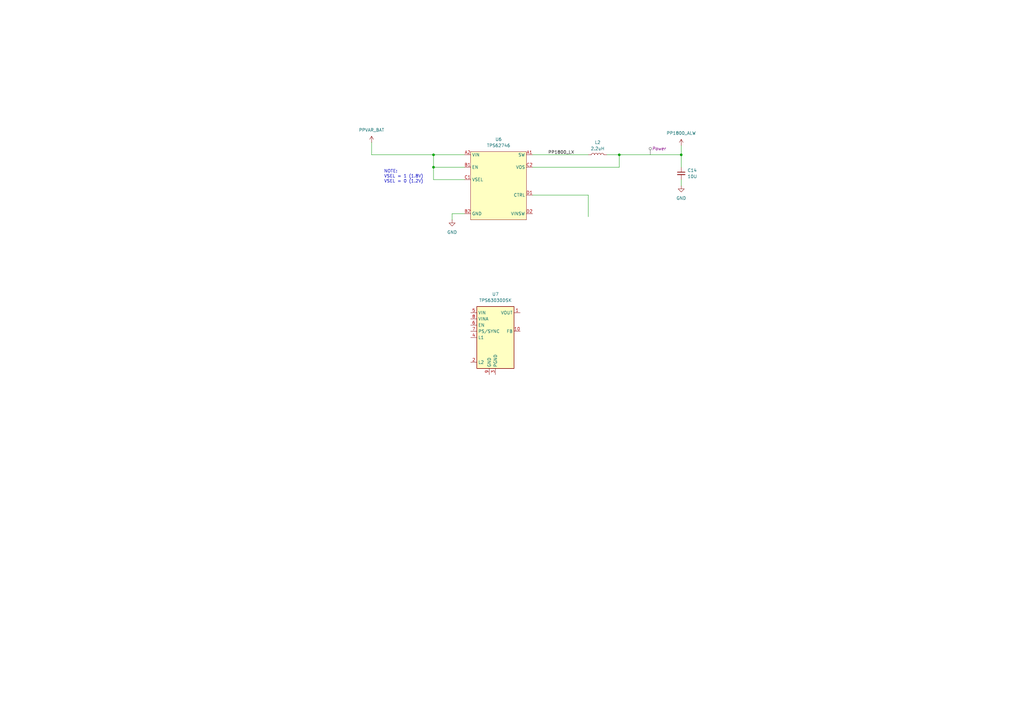
<source format=kicad_sch>
(kicad_sch (version 20231120) (generator "eeschema") (generator_version "8.0")
  (paper "A3")
  (title_block (title "LoRa Meshtastic Radio") (rev "Proto") (comment 1 "Brendan Bleker"))
  (lib_symbols
    (symbol "Device:C_Small" (pin_numbers hide) (pin_names (offset 0.254) hide)
      (property "Reference" "C" (at 0.254 1.778 0))
      (property "Value" "C_Small" (at 0.254 -2.032 0))
      (symbol "C_Small_0_1"
        (polyline (pts (xy -1.524 -0.508) (xy 1.524 -0.508)) (stroke (width 0.3302)))
        (polyline (pts (xy -1.524 0.508) (xy 1.524 0.508)) (stroke (width 0.3048)))
      )
      (symbol "C_Small_1_1"
        (pin passive line (at 0 2.54 270) (length 2.032) (name "~") (number "1"))
        (pin passive line (at 0 -2.54 90) (length 2.032) (name "~") (number "2"))
      )
    )
    (symbol "Device:L" (pin_numbers hide) (pin_names (offset 1.016) hide)
      (property "Reference" "L" (at -1.27 0 90))
      (property "Value" "L" (at 1.905 0 90))
      (symbol "L_0_1"
        (arc (start 0 -2.54) (mid 0.6323 -1.905) (end 0 -1.27))
        (arc (start 0 -1.27) (mid 0.6323 -0.635) (end 0 0))
        (arc (start 0 0) (mid 0.6323 0.635) (end 0 1.27))
        (arc (start 0 1.27) (mid 0.6323 1.905) (end 0 2.54))
      )
      (symbol "L_1_1"
        (pin passive line (at 0 3.81 270) (length 1.27) (name "1") (number "1"))
        (pin passive line (at 0 -3.81 90) (length 1.27) (name "2") (number "2"))
      )
    )
    (symbol "Regulator_Switching:TPS63030DSK"
      (property "Reference" "U" (at -7.62 13.97 0))
      (property "Value" "TPS63030DSK" (at 5.08 13.97 0))
      (symbol "TPS63030DSK_0_1"
        (rectangle (start -7.62 12.7) (end 7.62 -12.7) (stroke (width 0.254)) (fill (type background)))
      )
      (symbol "TPS63030DSK_1_1"
        (pin power_out line (at 10.16 10.16 180) (length 2.54) (name "VOUT") (number "1"))
        (pin input line (at 10.16 2.54 180) (length 2.54) (name "FB") (number "10"))
        (pin passive line (at 0 -15.24 90) (length 2.54) hide (name "PGND") (number "11"))
        (pin input line (at -10.16 -10.16 0) (length 2.54) (name "L2") (number "2"))
        (pin power_in line (at 0 -15.24 90) (length 2.54) (name "PGND") (number "3"))
        (pin input line (at -10.16 0 0) (length 2.54) (name "L1") (number "4"))
        (pin power_in line (at -10.16 10.16 0) (length 2.54) (name "VIN") (number "5"))
        (pin input line (at -10.16 5.08 0) (length 2.54) (name "EN") (number "6"))
        (pin input line (at -10.16 2.54 0) (length 2.54) (name "PS/SYNC") (number "7"))
        (pin passive line (at -10.16 7.62 0) (length 2.54) (name "VINA") (number "8"))
        (pin power_in line (at -2.54 -15.24 90) (length 2.54) (name "GND") (number "9"))
      )
    )
    (symbol "power:GND" (power) (pin_numbers hide) (pin_names (offset 0) hide)
      (property "Value" "GND" (at 0 -3.81 0))
      (symbol "GND_0_1"
        (polyline (pts (xy 0 0) (xy 0 -1.27) (xy 1.27 -1.27) (xy 0 -2.54) (xy -1.27 -1.27) (xy 0 -1.27)))
      )
      (symbol "GND_1_1"
        (pin power_in line (at 0 0 270) (length 0) (name "~") (number "1"))
      )
    )
    (symbol "power:VCC" (power) (pin_numbers hide) (pin_names (offset 0) hide)
      (property "Value" "VCC" (at 0 3.556 0))
      (symbol "VCC_0_1"
        (polyline (pts (xy -0.762 1.27) (xy 0 2.54)))
        (polyline (pts (xy 0 0) (xy 0 2.54)))
        (polyline (pts (xy 0 2.54) (xy 0.762 1.27)))
      )
      (symbol "VCC_1_1"
        (pin power_in line (at 0 0 90) (length 0) (name "~") (number "1"))
      )
    )
    (symbol "user_regulator:TPS62746"
      (property "Reference" "U" (at 4.064 3.302 0))
      (property "Value" "TPS62746" (at 0 0 0))
      (symbol "TPS62746_0_0"
        (pin unspecified line (at 27.94 0 180) (length 2.54) (name "SW") (number "A1"))
        (pin unspecified line (at 0 0 0) (length 2.54) (name "VIN") (number "A2"))
        (pin unspecified line (at 0 -5.08 0) (length 2.54) (name "EN") (number "B1"))
        (pin unspecified line (at 0 -24.13 0) (length 2.54) (name "GND") (number "B2"))
        (pin unspecified line (at 0 -10.16 0) (length 2.54) (name "VSEL") (number "C1"))
        (pin unspecified line (at 27.94 -5.08 180) (length 2.54) (name "VOS") (number "C2"))
        (pin unspecified line (at 27.94 -16.51 180) (length 2.54) (name "CTRL") (number "D1"))
        (pin unspecified line (at 27.94 -24.13 180) (length 2.54) (name "VINSW") (number "D2"))
      )
      (symbol "TPS62746_1_1"
        (rectangle (start 2.54 1.27) (end 25.4 -26.67) (fill (type background)))
      )
    )
  )
  (junction (at 177.8 63.5))
  (junction (at 254 63.5))
  (junction (at 279.4 63.5))
  (junction (at 177.8 68.58))
  (wire (pts (xy 185.42 87.63) (xy 185.42 90.17)))
  (wire (pts (xy 177.8 63.5) (xy 190.5 63.5)))
  (wire (pts (xy 177.8 73.66) (xy 177.8 68.58)))
  (wire (pts (xy 190.5 73.66) (xy 177.8 73.66)))
  (wire (pts (xy 218.44 80.01) (xy 241.3 80.01)))
  (wire (pts (xy 152.4 63.5) (xy 177.8 63.5)))
  (wire (pts (xy 218.44 68.58) (xy 254 68.58)))
  (wire (pts (xy 254 63.5) (xy 279.4 63.5)))
  (wire (pts (xy 248.92 63.5) (xy 254 63.5)))
  (wire (pts (xy 190.5 68.58) (xy 177.8 68.58)))
  (wire (pts (xy 279.4 59.69) (xy 279.4 63.5)))
  (wire (pts (xy 279.4 63.5) (xy 279.4 68.58)))
  (wire (pts (xy 241.3 80.01) (xy 241.3 88.9)))
  (wire (pts (xy 177.8 68.58) (xy 177.8 63.5)))
  (wire (pts (xy 218.44 63.5) (xy 241.3 63.5)))
  (wire (pts (xy 190.5 87.63) (xy 185.42 87.63)))
  (wire (pts (xy 152.4 58.42) (xy 152.4 63.5)))
  (wire (pts (xy 279.4 73.66) (xy 279.4 76.2)))
  (wire (pts (xy 254 68.58) (xy 254 63.5)))
  (text "NOTE:\nVSEL = 1 (1.8V)\nVSEL = 0 (1.2V)" (at 157.48 72.39 0) (effects (font (size 1.27 1.27)) (justify left)))
  (label "PP1800_LX" (at 224.79 63.5 0))
  (netclass_flag "" (length 2.54) (shape round) (at 266.7 63.5 0) (property "Netclass" "Power" (at 267.3985 60.96 0) (effects (font (italic yes)) (justify left))))
  (symbol (lib_id "power:VCC") (at 279.4 59.69 0) (unit 1)
    (property "Reference" "#PWR08" (effects (hide yes)))
    (property "Value" "PP1800_ALW" (at 279.4 54.61 0))
    (property "Description" "Power symbol creates a global label with name \"VCC\"" (effects (hide yes)))
  )
  (symbol (lib_id "power:GND") (at 279.4 76.2 0) (unit 1)
    (property "Reference" "#PWR023" (effects (hide yes)))
    (property "Value" "GND" (at 279.4 81.28 0))
    (property "Description" "Power symbol creates a global label with name \"GND\" , ground" (effects (hide yes)))
  )
  (symbol (lib_id "power:GND") (at 185.42 90.17 0) (unit 1)
    (property "Reference" "#PWR025" (effects (hide yes)))
    (property "Value" "GND" (at 185.42 95.25 0))
    (property "Description" "Power symbol creates a global label with name \"GND\" , ground" (effects (hide yes)))
  )
  (symbol (lib_id "Device:L") (at 245.11 63.5 90) (unit 1)
    (property "Reference" "L2" (at 245.11 58.42 90))
    (property "Value" "2.2uH" (at 245.11 60.96 90))
    (property "Description" "Inductor" (effects (hide yes)))
  )
  (symbol (lib_id "Regulator_Switching:TPS63030DSK") (at 203.2 138.43 0) (unit 1)
    (property "Reference" "U7" (at 203.2 120.65 0))
    (property "Value" "TPS63030DSK" (at 203.2 123.19 0))
    (property "Footprint" "Package_SON:WSON-10-1EP_2.5x2.5mm_P0.5mm_EP1.2x2mm" (effects (hide yes)))
    (property "Datasheet" "http://www.ti.com/lit/ds/symlink/tps63030.pdf" (effects (hide yes)))
    (property "Description" "Buck-Boost Converter, 1.8-5.5V Input Voltage, 1A Switch Current, Adjustable Output Voltage, VSON-10 (DSK0010A)" (effects (hide yes)))
  )
  (symbol (lib_id "Device:C_Small") (at 279.4 71.12 0) (unit 1)
    (property "Reference" "C14" (at 281.94 69.8562 0) (effects (justify left)))
    (property "Value" "10U" (at 281.94 72.3962 0) (effects (justify left)))
    (property "Description" "Unpolarized capacitor, small symbol" (effects (hide yes)))
  )
  (symbol (lib_id "user_regulator:TPS62746") (at 190.5 63.5 0) (unit 1)
    (property "Reference" "U6" (at 204.47 57.15 0))
    (property "Value" "TPS62746" (at 204.47 59.69 0))
    (property "Footprint" "Package_BGA:Texas_DSBGA-8_0.705x1.468mm_Layout2x4_P0.4mm" (effects (hide yes)))
    (property "Datasheet" "https://www.ti.com/lit/ds/symlink/tps62746.pdf?ts=1709244779633&ref_url=https%253A%252F%252Fwww.ti.com%252Fproduct%252FTPS62746" (effects (hide yes)))
    (property "Description" "TPS62746 300/400 mA High Efficiency Buck Converter with Ultra-low Quiescent Current and VIN Switch" (effects (hide yes)))
  )
  (symbol (lib_id "power:VCC") (at 152.4 58.42 0) (unit 1)
    (property "Reference" "#PWR024" (effects (hide yes)))
    (property "Value" "PPVAR_BAT" (at 152.4 53.34 0))
    (property "Description" "Power symbol creates a global label with name \"VCC\"" (effects (hide yes)))
  )
)
</source>
